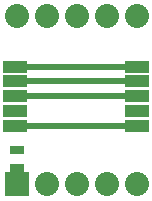
<source format=gbl>
G04 (created by PCBNEW (2012-nov-02)-testing) date 20.01.2013 (нд)  8,50,36 EET*
%MOIN*%
G04 Gerber Fmt 3.4, Leading zero omitted, Abs format*
%FSLAX34Y34*%
G01*
G70*
G90*
G04 APERTURE LIST*
%ADD10C,0.006*%
%ADD11R,0.0787402X0.0393701*%
%ADD12R,0.045X0.025*%
%ADD13C,0.08*%
%ADD14R,0.08X0.08*%
%ADD15C,0.019685*%
G04 APERTURE END LIST*
G54D10*
G54D11*
X83464Y-51377D03*
X83464Y-51862D03*
X83464Y-52362D03*
X83464Y-52862D03*
X83464Y-53362D03*
X87519Y-51377D03*
X87519Y-51862D03*
X87519Y-52362D03*
X87519Y-52862D03*
X87519Y-53362D03*
G54D12*
X83503Y-54148D03*
X83503Y-54748D03*
G54D13*
X84500Y-55299D03*
X85500Y-55299D03*
X86500Y-55299D03*
X87500Y-55299D03*
X87500Y-49700D03*
X86500Y-49700D03*
X85500Y-49700D03*
G54D14*
X83500Y-55299D03*
G54D13*
X84500Y-49700D03*
X83500Y-49700D03*
G54D15*
X83464Y-53362D02*
X87519Y-53362D01*
X83464Y-52362D02*
X87519Y-52362D01*
X83464Y-51377D02*
X87519Y-51377D01*
X83464Y-51862D02*
X87519Y-51862D01*
M02*

</source>
